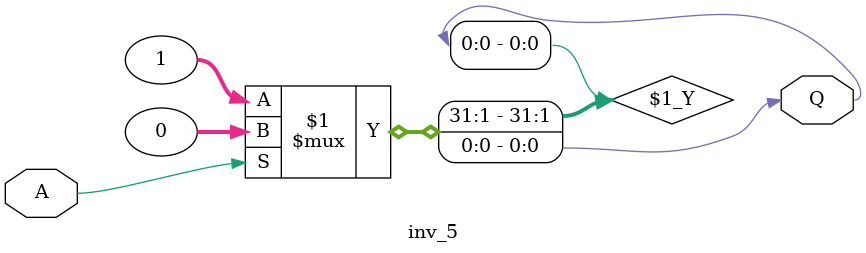
<source format=v>
module inv_5 (
    output Q,
    input  A
);
  assign Q = A ? 0 : 1;
endmodule
</source>
